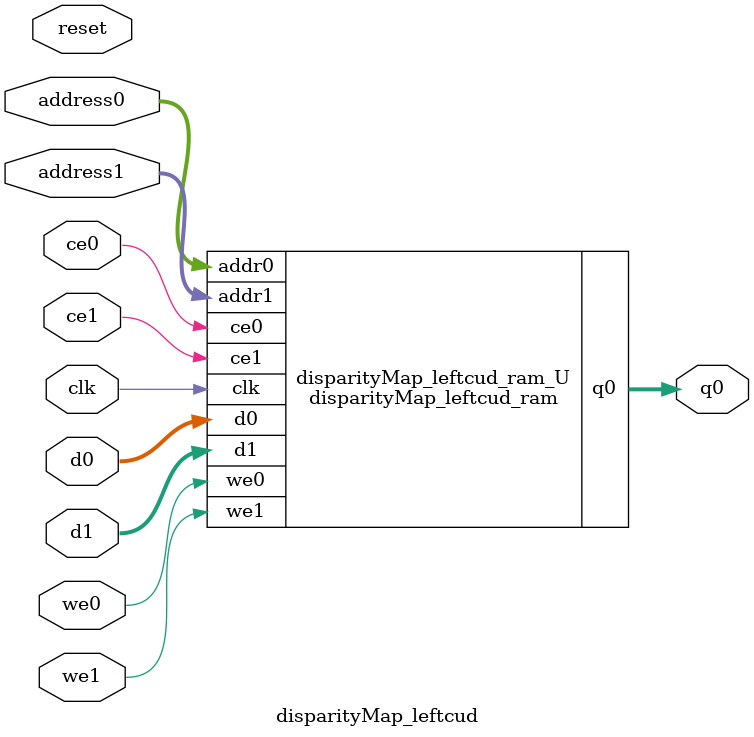
<source format=v>
`timescale 1 ns / 1 ps
module disparityMap_leftcud_ram (addr0, ce0, d0, we0, q0, addr1, ce1, d1, we1,  clk);

parameter DWIDTH = 8;
parameter AWIDTH = 17;
parameter MEM_SIZE = 110592;

input[AWIDTH-1:0] addr0;
input ce0;
input[DWIDTH-1:0] d0;
input we0;
output reg[DWIDTH-1:0] q0;
input[AWIDTH-1:0] addr1;
input ce1;
input[DWIDTH-1:0] d1;
input we1;
input clk;

(* ram_style = "block" *)reg [DWIDTH-1:0] ram[0:MEM_SIZE-1];




always @(posedge clk)  
begin 
    if (ce0) 
    begin
        if (we0) 
        begin 
            ram[addr0] <= d0; 
        end 
        q0 <= ram[addr0];
    end
end


always @(posedge clk)  
begin 
    if (ce1) 
    begin
        if (we1) 
        begin 
            ram[addr1] <= d1; 
        end 
    end
end


endmodule

`timescale 1 ns / 1 ps
module disparityMap_leftcud(
    reset,
    clk,
    address0,
    ce0,
    we0,
    d0,
    q0,
    address1,
    ce1,
    we1,
    d1);

parameter DataWidth = 32'd8;
parameter AddressRange = 32'd110592;
parameter AddressWidth = 32'd17;
input reset;
input clk;
input[AddressWidth - 1:0] address0;
input ce0;
input we0;
input[DataWidth - 1:0] d0;
output[DataWidth - 1:0] q0;
input[AddressWidth - 1:0] address1;
input ce1;
input we1;
input[DataWidth - 1:0] d1;



disparityMap_leftcud_ram disparityMap_leftcud_ram_U(
    .clk( clk ),
    .addr0( address0 ),
    .ce0( ce0 ),
    .we0( we0 ),
    .d0( d0 ),
    .q0( q0 ),
    .addr1( address1 ),
    .ce1( ce1 ),
    .we1( we1 ),
    .d1( d1 ));

endmodule


</source>
